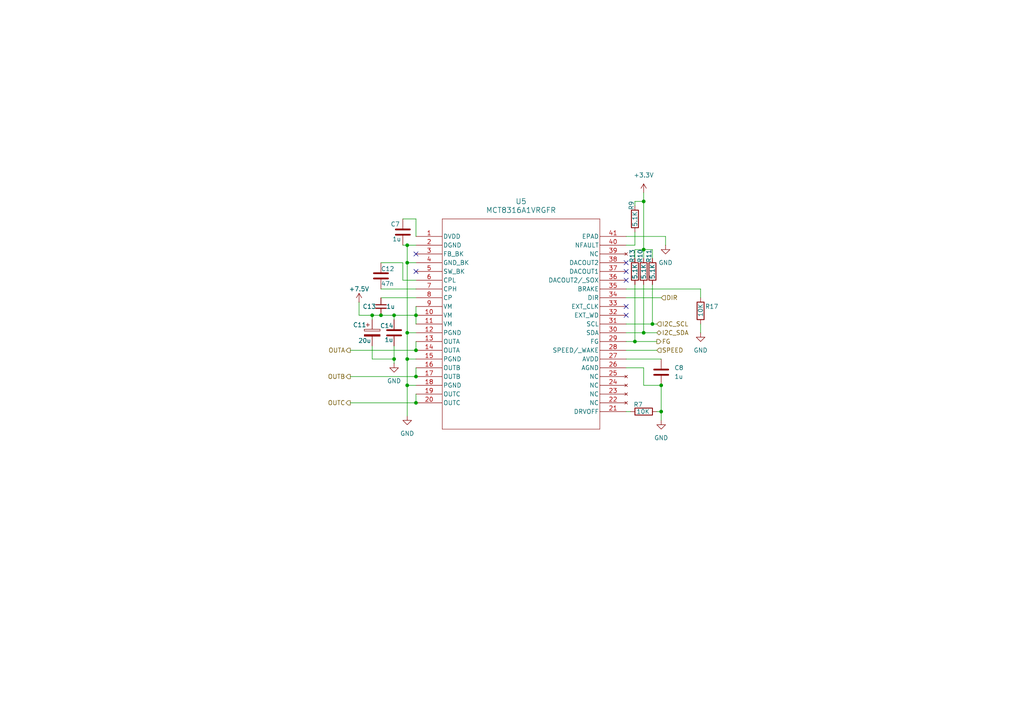
<source format=kicad_sch>
(kicad_sch (version 20231120) (generator "eeschema") (generator_version "8.0")
  (paper "A4")
  (lib_symbols
    (symbol "Device:C" (pin_numbers hide) (pin_names (offset 0.254))
      (property "Reference" "C" (at 0.635 2.54 0))
      (property "Value" "C" (at 0.635 -2.54 0))
      (symbol "C_0_1"
        (polyline (pts (xy -2.032 -0.762) (xy 2.032 -0.762)) (stroke (width 0.508)))
        (polyline (pts (xy -2.032 0.762) (xy 2.032 0.762)) (stroke (width 0.508)))
      )
      (symbol "C_1_1"
        (pin passive line (at 0 3.81 270) (length 2.794) (name "~") (number "1"))
        (pin passive line (at 0 -3.81 90) (length 2.794) (name "~") (number "2"))
      )
    )
    (symbol "Device:C_Polarized" (pin_numbers hide) (pin_names (offset 0.254))
      (property "Reference" "C" (at 0.635 2.54 0))
      (property "Value" "C_Polarized" (at 0.635 -2.54 0))
      (symbol "C_Polarized_0_1"
        (rectangle (start -2.286 0.508) (end 2.286 1.016))
        (polyline (pts (xy -1.778 2.286) (xy -0.762 2.286)))
        (polyline (pts (xy -1.27 2.794) (xy -1.27 1.778)))
        (rectangle (start 2.286 -0.508) (end -2.286 -1.016) (fill (type outline)))
      )
      (symbol "C_Polarized_1_1"
        (pin passive line (at 0 3.81 270) (length 2.794) (name "~") (number "1"))
        (pin passive line (at 0 -3.81 90) (length 2.794) (name "~") (number "2"))
      )
    )
    (symbol "Device:C_Small" (pin_numbers hide) (pin_names (offset 0.254) hide)
      (property "Reference" "C" (at 0.254 1.778 0))
      (property "Value" "C_Small" (at 0.254 -2.032 0))
      (symbol "C_Small_0_1"
        (polyline (pts (xy -1.524 -0.508) (xy 1.524 -0.508)) (stroke (width 0.3302)))
        (polyline (pts (xy -1.524 0.508) (xy 1.524 0.508)) (stroke (width 0.3048)))
      )
      (symbol "C_Small_1_1"
        (pin passive line (at 0 2.54 270) (length 2.032) (name "~") (number "1"))
        (pin passive line (at 0 -2.54 90) (length 2.032) (name "~") (number "2"))
      )
    )
    (symbol "Device:R" (pin_numbers hide) (pin_names (offset 0))
      (property "Reference" "R" (at 2.032 0 90))
      (property "Value" "R" (at 0 0 90))
      (symbol "R_0_1"
        (rectangle (start -1.016 -2.54) (end 1.016 2.54) (stroke (width 0.254)))
      )
      (symbol "R_1_1"
        (pin passive line (at 0 3.81 270) (length 1.27) (name "~") (number "1"))
        (pin passive line (at 0 -3.81 90) (length 1.27) (name "~") (number "2"))
      )
    )
    (symbol "MCT8316:MCT8316A1VRGFR" (pin_names (offset 0.254))
      (property "Reference" "U" (at 30.48 10.16 0))
      (property "Value" "MCT8316A1VRGFR" (at 30.48 7.62 0))
      (symbol "MCT8316A1VRGFR_0_1"
        (polyline (pts (xy 7.62 -55.88) (xy 53.34 -55.88)) (stroke (width 0.127)))
        (polyline (pts (xy 7.62 5.08) (xy 7.62 -55.88)) (stroke (width 0.127)))
        (polyline (pts (xy 53.34 -55.88) (xy 53.34 5.08)) (stroke (width 0.127)))
        (polyline (pts (xy 53.34 5.08) (xy 7.62 5.08)) (stroke (width 0.127)))
        (pin power_in line (at 0 0 0) (length 7.62) (name "DVDD") (number "1"))
        (pin input line (at 0 -22.86 0) (length 7.62) (name "VM") (number "10"))
        (pin input line (at 0 -25.4 0) (length 7.62) (name "VM") (number "11"))
        (pin power_out line (at 0 -27.94 0) (length 7.62) (name "PGND") (number "12"))
        (pin output line (at 0 -30.48 0) (length 7.62) (name "OUTA") (number "13"))
        (pin output line (at 0 -33.02 0) (length 7.62) (name "OUTA") (number "14"))
        (pin power_out line (at 0 -35.56 0) (length 7.62) (name "PGND") (number "15"))
        (pin output line (at 0 -38.1 0) (length 7.62) (name "OUTB") (number "16"))
        (pin output line (at 0 -40.64 0) (length 7.62) (name "OUTB") (number "17"))
        (pin power_out line (at 0 -43.18 0) (length 7.62) (name "PGND") (number "18"))
        (pin output line (at 0 -45.72 0) (length 7.62) (name "OUTC") (number "19"))
        (pin power_out line (at 0 -2.54 0) (length 7.62) (name "DGND") (number "2"))
        (pin output line (at 0 -48.26 0) (length 7.62) (name "OUTC") (number "20"))
        (pin input line (at 60.96 -50.8 180) (length 7.62) (name "DRVOFF") (number "21"))
        (pin no_connect line (at 60.96 -48.26 180) (length 7.62) (name "NC") (number "22"))
        (pin no_connect line (at 60.96 -45.72 180) (length 7.62) (name "NC") (number "23"))
        (pin no_connect line (at 60.96 -43.18 180) (length 7.62) (name "NC") (number "24"))
        (pin no_connect line (at 60.96 -40.64 180) (length 7.62) (name "NC") (number "25"))
        (pin power_out line (at 60.96 -38.1 180) (length 7.62) (name "AGND") (number "26"))
        (pin power_in line (at 60.96 -35.56 180) (length 7.62) (name "AVDD") (number "27"))
        (pin input line (at 60.96 -33.02 180) (length 7.62) (name "SPEED/_WAKE") (number "28"))
        (pin output line (at 60.96 -30.48 180) (length 7.62) (name "FG") (number "29"))
        (pin bidirectional line (at 0 -5.08 0) (length 7.62) (name "FB_BK") (number "3"))
        (pin bidirectional line (at 60.96 -27.94 180) (length 7.62) (name "SDA") (number "30"))
        (pin input line (at 60.96 -25.4 180) (length 7.62) (name "SCL") (number "31"))
        (pin input line (at 60.96 -22.86 180) (length 7.62) (name "EXT_WD") (number "32"))
        (pin input line (at 60.96 -20.32 180) (length 7.62) (name "EXT_CLK") (number "33"))
        (pin input line (at 60.96 -17.78 180) (length 7.62) (name "DIR") (number "34"))
        (pin input line (at 60.96 -15.24 180) (length 7.62) (name "BRAKE") (number "35"))
        (pin output line (at 60.96 -12.7 180) (length 7.62) (name "DACOUT2/_SOX") (number "36"))
        (pin output line (at 60.96 -10.16 180) (length 7.62) (name "DACOUT1") (number "37"))
        (pin output line (at 60.96 -7.62 180) (length 7.62) (name "DACOUT2") (number "38"))
        (pin no_connect line (at 60.96 -5.08 180) (length 7.62) (name "NC") (number "39"))
        (pin power_out line (at 0 -7.62 0) (length 7.62) (name "GND_BK") (number "4"))
        (pin output line (at 60.96 -2.54 180) (length 7.62) (name "NFAULT") (number "40"))
        (pin power_out line (at 60.96 0 180) (length 7.62) (name "EPAD") (number "41"))
        (pin power_in line (at 0 -10.16 0) (length 7.62) (name "SW_BK") (number "5"))
        (pin power_in line (at 0 -12.7 0) (length 7.62) (name "CPL") (number "6"))
        (pin power_in line (at 0 -15.24 0) (length 7.62) (name "CPH") (number "7"))
        (pin power_in line (at 0 -17.78 0) (length 7.62) (name "CP") (number "8"))
        (pin input line (at 0 -20.32 0) (length 7.62) (name "VM") (number "9"))
      )
    )
    (symbol "power:+3.3V" (power) (pin_numbers hide) (pin_names (offset 0) hide)
      (property "Value" "+3.3V" (at 0 3.556 0))
      (symbol "+3.3V_0_1"
        (polyline (pts (xy -0.762 1.27) (xy 0 2.54)))
        (polyline (pts (xy 0 0) (xy 0 2.54)))
        (polyline (pts (xy 0 2.54) (xy 0.762 1.27)))
      )
      (symbol "+3.3V_1_1"
        (pin power_in line (at 0 0 90) (length 0) (name "~") (number "1"))
      )
    )
    (symbol "power:+7.5V" (power) (pin_numbers hide) (pin_names (offset 0) hide)
      (property "Value" "+7.5V" (at 0 3.556 0))
      (symbol "+7.5V_0_1"
        (polyline (pts (xy -0.762 1.27) (xy 0 2.54)))
        (polyline (pts (xy 0 0) (xy 0 2.54)))
        (polyline (pts (xy 0 2.54) (xy 0.762 1.27)))
      )
      (symbol "+7.5V_1_1"
        (pin power_in line (at 0 0 90) (length 0) (name "~") (number "1"))
      )
    )
    (symbol "power:GND" (power) (pin_numbers hide) (pin_names (offset 0) hide)
      (property "Value" "GND" (at 0 -3.81 0))
      (symbol "GND_0_1"
        (polyline (pts (xy 0 0) (xy 0 -1.27) (xy 1.27 -1.27) (xy 0 -2.54) (xy -1.27 -1.27) (xy 0 -1.27)))
      )
      (symbol "GND_1_1"
        (pin power_in line (at 0 0 270) (length 0) (name "~") (number "1"))
      )
    )
  )
  (junction (at 118.11 71.12))
  (junction (at 186.69 72.39))
  (junction (at 118.11 96.52))
  (junction (at 184.15 99.06))
  (junction (at 120.65 109.22))
  (junction (at 114.3 104.14))
  (junction (at 118.11 76.2))
  (junction (at 114.3 91.44))
  (junction (at 110.49 91.44))
  (junction (at 186.69 58.42))
  (junction (at 120.65 116.84))
  (junction (at 189.23 93.98))
  (junction (at 186.69 96.52))
  (junction (at 120.65 91.44))
  (junction (at 120.65 101.6))
  (junction (at 191.77 119.38))
  (junction (at 191.77 111.76))
  (junction (at 118.11 104.14))
  (junction (at 107.95 91.44))
  (junction (at 118.11 111.76))
  (no_connect (at 181.61 91.44))
  (no_connect (at 181.61 76.2))
  (no_connect (at 181.61 78.74))
  (no_connect (at 181.61 81.28))
  (no_connect (at 120.65 73.66))
  (no_connect (at 181.61 88.9))
  (no_connect (at 120.65 78.74))
  (wire (pts (xy 110.49 91.44) (xy 107.95 91.44)))
  (wire (pts (xy 120.65 99.06) (xy 120.65 101.6)))
  (wire (pts (xy 120.65 88.9) (xy 120.65 91.44)))
  (wire (pts (xy 186.69 82.55) (xy 186.69 96.52)))
  (wire (pts (xy 114.3 91.44) (xy 110.49 91.44)))
  (wire (pts (xy 181.61 96.52) (xy 186.69 96.52)))
  (wire (pts (xy 120.65 81.28) (xy 116.84 81.28)))
  (wire (pts (xy 189.23 93.98) (xy 190.5 93.98)))
  (wire (pts (xy 107.95 104.14) (xy 114.3 104.14)))
  (wire (pts (xy 191.77 119.38) (xy 190.5 119.38)))
  (wire (pts (xy 189.23 72.39) (xy 186.69 72.39)))
  (wire (pts (xy 104.14 87.63) (xy 104.14 91.44)))
  (wire (pts (xy 191.77 119.38) (xy 191.77 121.92)))
  (wire (pts (xy 110.49 86.36) (xy 120.65 86.36)))
  (wire (pts (xy 120.65 68.58) (xy 120.65 63.5)))
  (wire (pts (xy 120.65 114.3) (xy 120.65 116.84)))
  (wire (pts (xy 101.6 101.6) (xy 120.65 101.6)))
  (wire (pts (xy 107.95 100.33) (xy 107.95 104.14)))
  (wire (pts (xy 186.69 58.42) (xy 186.69 72.39)))
  (wire (pts (xy 189.23 74.93) (xy 189.23 72.39)))
  (wire (pts (xy 193.04 68.58) (xy 193.04 71.12)))
  (wire (pts (xy 181.61 101.6) (xy 190.5 101.6)))
  (wire (pts (xy 116.84 71.12) (xy 118.11 71.12)))
  (wire (pts (xy 118.11 111.76) (xy 118.11 120.65)))
  (wire (pts (xy 181.61 83.82) (xy 203.2 83.82)))
  (wire (pts (xy 118.11 104.14) (xy 118.11 111.76)))
  (wire (pts (xy 120.65 96.52) (xy 118.11 96.52)))
  (wire (pts (xy 107.95 91.44) (xy 107.95 92.71)))
  (wire (pts (xy 186.69 74.93) (xy 186.69 72.39)))
  (wire (pts (xy 101.6 116.84) (xy 120.65 116.84)))
  (wire (pts (xy 118.11 96.52) (xy 118.11 104.14)))
  (wire (pts (xy 114.3 104.14) (xy 114.3 105.41)))
  (wire (pts (xy 181.61 86.36) (xy 191.77 86.36)))
  (wire (pts (xy 181.61 106.68) (xy 186.69 106.68)))
  (wire (pts (xy 110.49 76.2) (xy 116.84 76.2)))
  (wire (pts (xy 120.65 63.5) (xy 116.84 63.5)))
  (wire (pts (xy 118.11 71.12) (xy 118.11 76.2)))
  (wire (pts (xy 181.61 68.58) (xy 193.04 68.58)))
  (wire (pts (xy 114.3 91.44) (xy 114.3 92.71)))
  (wire (pts (xy 181.61 104.14) (xy 191.77 104.14)))
  (wire (pts (xy 184.15 71.12) (xy 184.15 67.31)))
  (wire (pts (xy 189.23 82.55) (xy 189.23 93.98)))
  (wire (pts (xy 184.15 82.55) (xy 184.15 99.06)))
  (wire (pts (xy 182.88 119.38) (xy 181.61 119.38)))
  (wire (pts (xy 203.2 83.82) (xy 203.2 86.36)))
  (wire (pts (xy 120.65 106.68) (xy 120.65 109.22)))
  (wire (pts (xy 184.15 58.42) (xy 186.69 58.42)))
  (wire (pts (xy 120.65 91.44) (xy 120.65 93.98)))
  (wire (pts (xy 114.3 100.33) (xy 114.3 104.14)))
  (wire (pts (xy 118.11 104.14) (xy 120.65 104.14)))
  (wire (pts (xy 186.69 111.76) (xy 191.77 111.76)))
  (wire (pts (xy 203.2 93.98) (xy 203.2 96.52)))
  (wire (pts (xy 118.11 71.12) (xy 120.65 71.12)))
  (wire (pts (xy 116.84 81.28) (xy 116.84 76.2)))
  (wire (pts (xy 181.61 99.06) (xy 184.15 99.06)))
  (wire (pts (xy 107.95 91.44) (xy 104.14 91.44)))
  (wire (pts (xy 120.65 91.44) (xy 114.3 91.44)))
  (wire (pts (xy 101.6 109.22) (xy 120.65 109.22)))
  (wire (pts (xy 110.49 83.82) (xy 120.65 83.82)))
  (wire (pts (xy 186.69 96.52) (xy 190.5 96.52)))
  (wire (pts (xy 120.65 76.2) (xy 118.11 76.2)))
  (wire (pts (xy 181.61 71.12) (xy 184.15 71.12)))
  (wire (pts (xy 184.15 72.39) (xy 184.15 74.93)))
  (wire (pts (xy 186.69 106.68) (xy 186.69 111.76)))
  (wire (pts (xy 186.69 55.88) (xy 186.69 58.42)))
  (wire (pts (xy 118.11 76.2) (xy 118.11 96.52)))
  (wire (pts (xy 181.61 93.98) (xy 189.23 93.98)))
  (wire (pts (xy 186.69 72.39) (xy 184.15 72.39)))
  (wire (pts (xy 118.11 111.76) (xy 120.65 111.76)))
  (wire (pts (xy 184.15 58.42) (xy 184.15 59.69)))
  (wire (pts (xy 191.77 111.76) (xy 191.77 119.38)))
  (wire (pts (xy 184.15 99.06) (xy 190.5 99.06)))
  (hierarchical_label "OUTC" (shape output) (at 101.6 116.84 180))
  (hierarchical_label "DIR" (shape input) (at 191.77 86.36 0))
  (hierarchical_label "I2C_SDA" (shape bidirectional) (at 190.5 96.52 0))
  (hierarchical_label "OUTA" (shape output) (at 101.6 101.6 180))
  (hierarchical_label "FG" (shape output) (at 190.5 99.06 0))
  (hierarchical_label "I2C_SCL" (shape input) (at 190.5 93.98 0))
  (hierarchical_label "SPEED" (shape input) (at 190.5 101.6 0))
  (hierarchical_label "OUTB" (shape output) (at 101.6 109.22 180))
  (symbol (lib_id "power:+3.3V") (at 186.69 55.88 0) (unit 1)
    (property "Reference" "#PWR028" (effects (hide yes)))
    (property "Value" "+3.3V" (at 186.69 50.8 0))
    (property "Description" "Power symbol creates a global label with name \"+3.3V\"" (effects (hide yes)))
  )
  (symbol (lib_id "Device:C_Small") (at 110.49 88.9 0) (unit 1)
    (property "Reference" "C13" (at 105.156 88.9 0) (effects (justify left)))
    (property "Value" "1u" (at 112.014 88.9 0) (effects (justify left)))
    (property "Description" "Unpolarized capacitor, small symbol" (effects (hide yes)))
  )
  (symbol (lib_id "Device:R") (at 203.2 90.17 0) (unit 1)
    (property "Reference" "R17" (at 204.47 88.9 0) (effects (justify left)))
    (property "Value" "10K" (at 203.2 91.948 90) (effects (justify left)))
    (property "Description" "Resistor" (effects (hide yes)))
  )
  (symbol (lib_id "power:GND") (at 193.04 71.12 0) (unit 1)
    (property "Reference" "#PWR030" (effects (hide yes)))
    (property "Value" "GND" (at 193.04 76.2 0))
    (property "Description" "Power symbol creates a global label with name \"GND\" , ground" (effects (hide yes)))
  )
  (symbol (lib_id "Device:R") (at 184.15 78.74 0) (unit 1)
    (property "Reference" "R13" (at 183.388 76.2 90) (effects (justify left)))
    (property "Value" "5.1K" (at 184.15 81.026 90) (effects (justify left)))
    (property "Description" "Resistor" (effects (hide yes)))
  )
  (symbol (lib_id "power:GND") (at 118.11 120.65 0) (unit 1)
    (property "Reference" "#PWR020" (effects (hide yes)))
    (property "Value" "GND" (at 118.11 125.73 0))
    (property "Description" "Power symbol creates a global label with name \"GND\" , ground" (effects (hide yes)))
  )
  (symbol (lib_id "Device:C") (at 114.3 96.52 0) (unit 1)
    (property "Reference" "C14" (at 110.236 94.488 0) (effects (justify left)))
    (property "Value" "1u" (at 111.506 98.552 0) (effects (justify left)))
    (property "Description" "Unpolarized capacitor" (effects (hide yes)))
  )
  (symbol (lib_id "Device:R") (at 186.69 119.38 90) (unit 1)
    (property "Reference" "R7" (at 186.436 117.348 90) (effects (justify left)))
    (property "Value" "10K" (at 188.468 119.38 90) (effects (justify left)))
    (property "Description" "Resistor" (effects (hide yes)))
  )
  (symbol (lib_id "power:GND") (at 203.2 96.52 0) (unit 1)
    (property "Reference" "#PWR031" (effects (hide yes)))
    (property "Value" "GND" (at 203.2 101.6 0))
    (property "Description" "Power symbol creates a global label with name \"GND\" , ground" (effects (hide yes)))
  )
  (symbol (lib_id "Device:C") (at 110.49 80.01 0) (unit 1)
    (property "Reference" "C12" (at 110.49 77.978 0) (effects (justify left)))
    (property "Value" "47n" (at 110.49 82.296 0) (effects (justify left)))
    (property "Description" "Unpolarized capacitor" (effects (hide yes)))
  )
  (symbol (lib_id "Device:C_Polarized") (at 107.95 96.52 0) (unit 1)
    (property "Reference" "C11" (at 102.362 94.234 0) (effects (justify left)))
    (property "Value" "20u" (at 103.886 98.806 0) (effects (justify left)))
    (property "Description" "Polarized capacitor" (effects (hide yes)))
  )
  (symbol (lib_id "Device:R") (at 189.23 78.74 0) (unit 1)
    (property "Reference" "R11" (at 188.214 76.2 90) (effects (justify left)))
    (property "Value" "5.1K" (at 189.23 81.026 90) (effects (justify left)))
    (property "Description" "Resistor" (effects (hide yes)))
  )
  (symbol (lib_id "Device:C") (at 191.77 107.95 0) (unit 1)
    (property "Reference" "C8" (at 195.58 106.6799 0) (effects (justify left)))
    (property "Value" "1u" (at 195.58 109.2199 0) (effects (justify left)))
    (property "Description" "Unpolarized capacitor" (effects (hide yes)))
  )
  (symbol (lib_id "power:GND") (at 191.77 121.92 0) (unit 1)
    (property "Reference" "#PWR021" (effects (hide yes)))
    (property "Value" "GND" (at 191.77 127 0))
    (property "Description" "Power symbol creates a global label with name \"GND\" , ground" (effects (hide yes)))
  )
  (symbol (lib_id "power:+7.5V") (at 104.14 87.63 0) (unit 1)
    (property "Reference" "#PWR025" (effects (hide yes)))
    (property "Value" "+7.5V" (at 104.14 83.82 0))
    (property "Description" "Power symbol creates a global label with name \"+7.5V\"" (effects (hide yes)))
  )
  (symbol (lib_id "Device:C") (at 116.84 67.31 0) (unit 1)
    (property "Reference" "C7" (at 113.284 65.024 0) (effects (justify left)))
    (property "Value" "1u" (at 113.792 69.342 0) (effects (justify left)))
    (property "Description" "Unpolarized capacitor" (effects (hide yes)))
  )
  (symbol (lib_id "MCT8316:MCT8316A1VRGFR") (at 120.65 68.58 0) (unit 1)
    (property "Reference" "U5" (at 151.13 58.42 0) (effects (font (size 1.524 1.524))))
    (property "Value" "MCT8316A1VRGFR" (at 151.13 60.96 0) (effects (font (size 1.524 1.524))))
    (property "Footprint" "VQFN40_RGF_TEX" (effects (hide yes)))
    (property "Datasheet" "MCT8316A1VRGFR" (effects (hide yes)))
  )
  (symbol (lib_id "Device:R") (at 184.15 63.5 0) (unit 1)
    (property "Reference" "R9" (at 183.134 60.96 90) (effects (justify left)))
    (property "Value" "5.1K" (at 184.15 65.786 90) (effects (justify left)))
    (property "Description" "Resistor" (effects (hide yes)))
  )
  (symbol (lib_id "Device:R") (at 186.69 78.74 0) (unit 1)
    (property "Reference" "R10" (at 185.674 76.2 90) (effects (justify left)))
    (property "Value" "5.1K" (at 186.69 81.026 90) (effects (justify left)))
    (property "Description" "Resistor" (effects (hide yes)))
  )
  (symbol (lib_id "power:GND") (at 114.3 105.41 0) (unit 1)
    (property "Reference" "#PWR026" (effects (hide yes)))
    (property "Value" "GND" (at 114.3 110.49 0))
    (property "Description" "Power symbol creates a global label with name \"GND\" , ground" (effects (hide yes)))
  )
)
</source>
